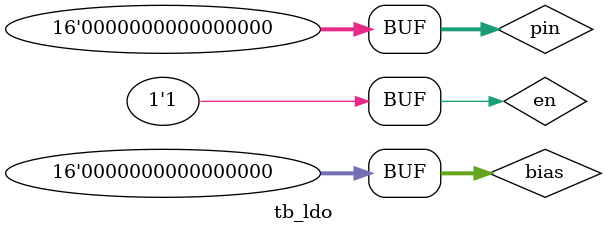
<source format=v>


`timescale 1us / 1us
module tb_ldo;

reg signed [15:0] pin;
reg en;
wire signed [15:0] bias, pout;

c_ldo i_ldo (pout, pin, bias, en);

assign bias = pin;
initial	// Test stimulus
  begin
    pin = 0;
    en = 0;
    #10_000;
    pin = 0;
    en = 1'b1;
    #10_000;

    en = 1'b0;
    #10_000;

    en = 1'b1;
    #10_000;

    pin = 10_00;
    #10_000;

    pin = 3_00;
    #10_000;

    pin = 1_00;
    #10_000;

    pin = 0_00;
    #10_000;

  end

endmodule

</source>
